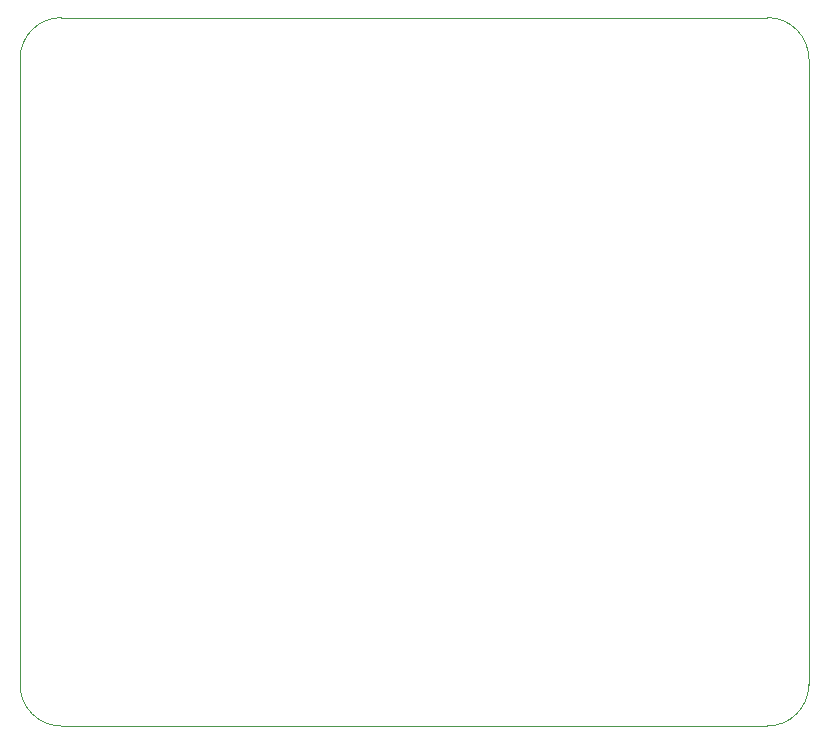
<source format=gbr>
%TF.GenerationSoftware,KiCad,Pcbnew,9.0.3*%
%TF.CreationDate,2026-02-02T13:01:33+02:00*%
%TF.ProjectId,Steering Wheel,53746565-7269-46e6-9720-576865656c2e,rev?*%
%TF.SameCoordinates,Original*%
%TF.FileFunction,Profile,NP*%
%FSLAX46Y46*%
G04 Gerber Fmt 4.6, Leading zero omitted, Abs format (unit mm)*
G04 Created by KiCad (PCBNEW 9.0.3) date 2026-02-02 13:01:33*
%MOMM*%
%LPD*%
G01*
G04 APERTURE LIST*
%TA.AperFunction,Profile*%
%ADD10C,0.050000*%
%TD*%
G04 APERTURE END LIST*
D10*
X60050000Y-46420120D02*
G75*
G02*
X63550120Y-42920000I3500100J20D01*
G01*
X123329880Y-42920000D02*
G75*
G02*
X126830000Y-46420120I20J-3500100D01*
G01*
X63550120Y-42920000D02*
X123329880Y-42920000D01*
X123329880Y-102900000D02*
X63550120Y-102900000D01*
X126830000Y-46420120D02*
X126830000Y-99399880D01*
X126830000Y-99399880D02*
G75*
G02*
X123329880Y-102900000I-3500100J-20D01*
G01*
X63550120Y-102900000D02*
G75*
G02*
X60050000Y-99399880I-20J3500100D01*
G01*
X60050000Y-99399880D02*
X60050000Y-46420120D01*
M02*

</source>
